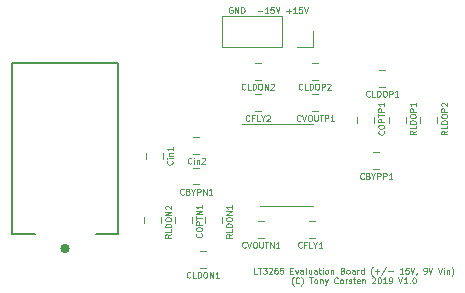
<source format=gbr>
G04 #@! TF.GenerationSoftware,KiCad,Pcbnew,(5.0.2)-1*
G04 #@! TF.CreationDate,2019-08-11T23:26:23-04:00*
G04 #@! TF.ProjectId,LTC3265,4c544333-3236-4352-9e6b-696361645f70,rev?*
G04 #@! TF.SameCoordinates,Original*
G04 #@! TF.FileFunction,Legend,Top*
G04 #@! TF.FilePolarity,Positive*
%FSLAX46Y46*%
G04 Gerber Fmt 4.6, Leading zero omitted, Abs format (unit mm)*
G04 Created by KiCad (PCBNEW (5.0.2)-1) date 8/11/2019 11:26:23 PM*
%MOMM*%
%LPD*%
G01*
G04 APERTURE LIST*
%ADD10C,0.060000*%
%ADD11C,0.070000*%
%ADD12C,0.120000*%
%ADD13C,0.127000*%
%ADD14C,0.400000*%
G04 APERTURE END LIST*
D10*
X127008047Y-69504714D02*
X127389000Y-69504714D01*
X127198523Y-69695190D02*
X127198523Y-69314238D01*
X127889000Y-69695190D02*
X127603285Y-69695190D01*
X127746142Y-69695190D02*
X127746142Y-69195190D01*
X127698523Y-69266619D01*
X127650904Y-69314238D01*
X127603285Y-69338047D01*
X128341380Y-69195190D02*
X128103285Y-69195190D01*
X128079476Y-69433285D01*
X128103285Y-69409476D01*
X128150904Y-69385666D01*
X128269952Y-69385666D01*
X128317571Y-69409476D01*
X128341380Y-69433285D01*
X128365190Y-69480904D01*
X128365190Y-69599952D01*
X128341380Y-69647571D01*
X128317571Y-69671380D01*
X128269952Y-69695190D01*
X128150904Y-69695190D01*
X128103285Y-69671380D01*
X128079476Y-69647571D01*
X128508047Y-69195190D02*
X128674714Y-69695190D01*
X128841380Y-69195190D01*
X124595047Y-69504714D02*
X124976000Y-69504714D01*
X125476000Y-69695190D02*
X125190285Y-69695190D01*
X125333142Y-69695190D02*
X125333142Y-69195190D01*
X125285523Y-69266619D01*
X125237904Y-69314238D01*
X125190285Y-69338047D01*
X125928380Y-69195190D02*
X125690285Y-69195190D01*
X125666476Y-69433285D01*
X125690285Y-69409476D01*
X125737904Y-69385666D01*
X125856952Y-69385666D01*
X125904571Y-69409476D01*
X125928380Y-69433285D01*
X125952190Y-69480904D01*
X125952190Y-69599952D01*
X125928380Y-69647571D01*
X125904571Y-69671380D01*
X125856952Y-69695190D01*
X125737904Y-69695190D01*
X125690285Y-69671380D01*
X125666476Y-69647571D01*
X126095047Y-69195190D02*
X126261714Y-69695190D01*
X126428380Y-69195190D01*
X122428047Y-69219000D02*
X122380428Y-69195190D01*
X122309000Y-69195190D01*
X122237571Y-69219000D01*
X122189952Y-69266619D01*
X122166142Y-69314238D01*
X122142333Y-69409476D01*
X122142333Y-69480904D01*
X122166142Y-69576142D01*
X122189952Y-69623761D01*
X122237571Y-69671380D01*
X122309000Y-69695190D01*
X122356619Y-69695190D01*
X122428047Y-69671380D01*
X122451857Y-69647571D01*
X122451857Y-69480904D01*
X122356619Y-69480904D01*
X122666142Y-69695190D02*
X122666142Y-69195190D01*
X122951857Y-69695190D01*
X122951857Y-69195190D01*
X123189952Y-69695190D02*
X123189952Y-69195190D01*
X123309000Y-69195190D01*
X123380428Y-69219000D01*
X123428047Y-69266619D01*
X123451857Y-69314238D01*
X123475666Y-69409476D01*
X123475666Y-69480904D01*
X123451857Y-69576142D01*
X123428047Y-69623761D01*
X123380428Y-69671380D01*
X123309000Y-69695190D01*
X123189952Y-69695190D01*
D11*
X124524523Y-91764190D02*
X124286428Y-91764190D01*
X124286428Y-91264190D01*
X124619761Y-91264190D02*
X124905476Y-91264190D01*
X124762619Y-91764190D02*
X124762619Y-91264190D01*
X125024523Y-91264190D02*
X125334047Y-91264190D01*
X125167380Y-91454666D01*
X125238809Y-91454666D01*
X125286428Y-91478476D01*
X125310238Y-91502285D01*
X125334047Y-91549904D01*
X125334047Y-91668952D01*
X125310238Y-91716571D01*
X125286428Y-91740380D01*
X125238809Y-91764190D01*
X125095952Y-91764190D01*
X125048333Y-91740380D01*
X125024523Y-91716571D01*
X125524523Y-91311809D02*
X125548333Y-91288000D01*
X125595952Y-91264190D01*
X125715000Y-91264190D01*
X125762619Y-91288000D01*
X125786428Y-91311809D01*
X125810238Y-91359428D01*
X125810238Y-91407047D01*
X125786428Y-91478476D01*
X125500714Y-91764190D01*
X125810238Y-91764190D01*
X126238809Y-91264190D02*
X126143571Y-91264190D01*
X126095952Y-91288000D01*
X126072142Y-91311809D01*
X126024523Y-91383238D01*
X126000714Y-91478476D01*
X126000714Y-91668952D01*
X126024523Y-91716571D01*
X126048333Y-91740380D01*
X126095952Y-91764190D01*
X126191190Y-91764190D01*
X126238809Y-91740380D01*
X126262619Y-91716571D01*
X126286428Y-91668952D01*
X126286428Y-91549904D01*
X126262619Y-91502285D01*
X126238809Y-91478476D01*
X126191190Y-91454666D01*
X126095952Y-91454666D01*
X126048333Y-91478476D01*
X126024523Y-91502285D01*
X126000714Y-91549904D01*
X126738809Y-91264190D02*
X126500714Y-91264190D01*
X126476904Y-91502285D01*
X126500714Y-91478476D01*
X126548333Y-91454666D01*
X126667380Y-91454666D01*
X126715000Y-91478476D01*
X126738809Y-91502285D01*
X126762619Y-91549904D01*
X126762619Y-91668952D01*
X126738809Y-91716571D01*
X126715000Y-91740380D01*
X126667380Y-91764190D01*
X126548333Y-91764190D01*
X126500714Y-91740380D01*
X126476904Y-91716571D01*
X127357857Y-91502285D02*
X127524523Y-91502285D01*
X127595952Y-91764190D02*
X127357857Y-91764190D01*
X127357857Y-91264190D01*
X127595952Y-91264190D01*
X127762619Y-91430857D02*
X127881666Y-91764190D01*
X128000714Y-91430857D01*
X128405476Y-91764190D02*
X128405476Y-91502285D01*
X128381666Y-91454666D01*
X128334047Y-91430857D01*
X128238809Y-91430857D01*
X128191190Y-91454666D01*
X128405476Y-91740380D02*
X128357857Y-91764190D01*
X128238809Y-91764190D01*
X128191190Y-91740380D01*
X128167380Y-91692761D01*
X128167380Y-91645142D01*
X128191190Y-91597523D01*
X128238809Y-91573714D01*
X128357857Y-91573714D01*
X128405476Y-91549904D01*
X128715000Y-91764190D02*
X128667380Y-91740380D01*
X128643571Y-91692761D01*
X128643571Y-91264190D01*
X129119761Y-91430857D02*
X129119761Y-91764190D01*
X128905476Y-91430857D02*
X128905476Y-91692761D01*
X128929285Y-91740380D01*
X128976904Y-91764190D01*
X129048333Y-91764190D01*
X129095952Y-91740380D01*
X129119761Y-91716571D01*
X129572142Y-91764190D02*
X129572142Y-91502285D01*
X129548333Y-91454666D01*
X129500714Y-91430857D01*
X129405476Y-91430857D01*
X129357857Y-91454666D01*
X129572142Y-91740380D02*
X129524523Y-91764190D01*
X129405476Y-91764190D01*
X129357857Y-91740380D01*
X129334047Y-91692761D01*
X129334047Y-91645142D01*
X129357857Y-91597523D01*
X129405476Y-91573714D01*
X129524523Y-91573714D01*
X129572142Y-91549904D01*
X129738809Y-91430857D02*
X129929285Y-91430857D01*
X129810238Y-91264190D02*
X129810238Y-91692761D01*
X129834047Y-91740380D01*
X129881666Y-91764190D01*
X129929285Y-91764190D01*
X130095952Y-91764190D02*
X130095952Y-91430857D01*
X130095952Y-91264190D02*
X130072142Y-91288000D01*
X130095952Y-91311809D01*
X130119761Y-91288000D01*
X130095952Y-91264190D01*
X130095952Y-91311809D01*
X130405476Y-91764190D02*
X130357857Y-91740380D01*
X130334047Y-91716571D01*
X130310238Y-91668952D01*
X130310238Y-91526095D01*
X130334047Y-91478476D01*
X130357857Y-91454666D01*
X130405476Y-91430857D01*
X130476904Y-91430857D01*
X130524523Y-91454666D01*
X130548333Y-91478476D01*
X130572142Y-91526095D01*
X130572142Y-91668952D01*
X130548333Y-91716571D01*
X130524523Y-91740380D01*
X130476904Y-91764190D01*
X130405476Y-91764190D01*
X130786428Y-91430857D02*
X130786428Y-91764190D01*
X130786428Y-91478476D02*
X130810238Y-91454666D01*
X130857857Y-91430857D01*
X130929285Y-91430857D01*
X130976904Y-91454666D01*
X131000714Y-91502285D01*
X131000714Y-91764190D01*
X131786428Y-91502285D02*
X131857857Y-91526095D01*
X131881666Y-91549904D01*
X131905476Y-91597523D01*
X131905476Y-91668952D01*
X131881666Y-91716571D01*
X131857857Y-91740380D01*
X131810238Y-91764190D01*
X131619761Y-91764190D01*
X131619761Y-91264190D01*
X131786428Y-91264190D01*
X131834047Y-91288000D01*
X131857857Y-91311809D01*
X131881666Y-91359428D01*
X131881666Y-91407047D01*
X131857857Y-91454666D01*
X131834047Y-91478476D01*
X131786428Y-91502285D01*
X131619761Y-91502285D01*
X132191190Y-91764190D02*
X132143571Y-91740380D01*
X132119761Y-91716571D01*
X132095952Y-91668952D01*
X132095952Y-91526095D01*
X132119761Y-91478476D01*
X132143571Y-91454666D01*
X132191190Y-91430857D01*
X132262619Y-91430857D01*
X132310238Y-91454666D01*
X132334047Y-91478476D01*
X132357857Y-91526095D01*
X132357857Y-91668952D01*
X132334047Y-91716571D01*
X132310238Y-91740380D01*
X132262619Y-91764190D01*
X132191190Y-91764190D01*
X132786428Y-91764190D02*
X132786428Y-91502285D01*
X132762619Y-91454666D01*
X132715000Y-91430857D01*
X132619761Y-91430857D01*
X132572142Y-91454666D01*
X132786428Y-91740380D02*
X132738809Y-91764190D01*
X132619761Y-91764190D01*
X132572142Y-91740380D01*
X132548333Y-91692761D01*
X132548333Y-91645142D01*
X132572142Y-91597523D01*
X132619761Y-91573714D01*
X132738809Y-91573714D01*
X132786428Y-91549904D01*
X133024523Y-91764190D02*
X133024523Y-91430857D01*
X133024523Y-91526095D02*
X133048333Y-91478476D01*
X133072142Y-91454666D01*
X133119761Y-91430857D01*
X133167380Y-91430857D01*
X133548333Y-91764190D02*
X133548333Y-91264190D01*
X133548333Y-91740380D02*
X133500714Y-91764190D01*
X133405476Y-91764190D01*
X133357857Y-91740380D01*
X133334047Y-91716571D01*
X133310238Y-91668952D01*
X133310238Y-91526095D01*
X133334047Y-91478476D01*
X133357857Y-91454666D01*
X133405476Y-91430857D01*
X133500714Y-91430857D01*
X133548333Y-91454666D01*
X134310238Y-91954666D02*
X134286428Y-91930857D01*
X134238809Y-91859428D01*
X134215000Y-91811809D01*
X134191190Y-91740380D01*
X134167380Y-91621333D01*
X134167380Y-91526095D01*
X134191190Y-91407047D01*
X134215000Y-91335619D01*
X134238809Y-91288000D01*
X134286428Y-91216571D01*
X134310238Y-91192761D01*
X134500714Y-91573714D02*
X134881666Y-91573714D01*
X134691190Y-91764190D02*
X134691190Y-91383238D01*
X135476904Y-91240380D02*
X135048333Y-91883238D01*
X135643571Y-91573714D02*
X136024523Y-91573714D01*
X136905476Y-91764190D02*
X136619761Y-91764190D01*
X136762619Y-91764190D02*
X136762619Y-91264190D01*
X136715000Y-91335619D01*
X136667380Y-91383238D01*
X136619761Y-91407047D01*
X137357857Y-91264190D02*
X137119761Y-91264190D01*
X137095952Y-91502285D01*
X137119761Y-91478476D01*
X137167380Y-91454666D01*
X137286428Y-91454666D01*
X137334047Y-91478476D01*
X137357857Y-91502285D01*
X137381666Y-91549904D01*
X137381666Y-91668952D01*
X137357857Y-91716571D01*
X137334047Y-91740380D01*
X137286428Y-91764190D01*
X137167380Y-91764190D01*
X137119761Y-91740380D01*
X137095952Y-91716571D01*
X137524523Y-91264190D02*
X137691190Y-91764190D01*
X137857857Y-91264190D01*
X138048333Y-91740380D02*
X138048333Y-91764190D01*
X138024523Y-91811809D01*
X138000714Y-91835619D01*
X138667380Y-91764190D02*
X138762619Y-91764190D01*
X138810238Y-91740380D01*
X138834047Y-91716571D01*
X138881666Y-91645142D01*
X138905476Y-91549904D01*
X138905476Y-91359428D01*
X138881666Y-91311809D01*
X138857857Y-91288000D01*
X138810238Y-91264190D01*
X138715000Y-91264190D01*
X138667380Y-91288000D01*
X138643571Y-91311809D01*
X138619761Y-91359428D01*
X138619761Y-91478476D01*
X138643571Y-91526095D01*
X138667380Y-91549904D01*
X138715000Y-91573714D01*
X138810238Y-91573714D01*
X138857857Y-91549904D01*
X138881666Y-91526095D01*
X138905476Y-91478476D01*
X139048333Y-91264190D02*
X139215000Y-91764190D01*
X139381666Y-91264190D01*
X139857857Y-91264190D02*
X140024523Y-91764190D01*
X140191190Y-91264190D01*
X140357857Y-91764190D02*
X140357857Y-91430857D01*
X140357857Y-91264190D02*
X140334047Y-91288000D01*
X140357857Y-91311809D01*
X140381666Y-91288000D01*
X140357857Y-91264190D01*
X140357857Y-91311809D01*
X140595952Y-91430857D02*
X140595952Y-91764190D01*
X140595952Y-91478476D02*
X140619761Y-91454666D01*
X140667380Y-91430857D01*
X140738809Y-91430857D01*
X140786428Y-91454666D01*
X140810238Y-91502285D01*
X140810238Y-91764190D01*
X141000714Y-91954666D02*
X141024523Y-91930857D01*
X141072142Y-91859428D01*
X141095952Y-91811809D01*
X141119761Y-91740380D01*
X141143571Y-91621333D01*
X141143571Y-91526095D01*
X141119761Y-91407047D01*
X141095952Y-91335619D01*
X141072142Y-91288000D01*
X141024523Y-91216571D01*
X141000714Y-91192761D01*
X127619761Y-92774666D02*
X127595952Y-92750857D01*
X127548333Y-92679428D01*
X127524523Y-92631809D01*
X127500714Y-92560380D01*
X127476904Y-92441333D01*
X127476904Y-92346095D01*
X127500714Y-92227047D01*
X127524523Y-92155619D01*
X127548333Y-92108000D01*
X127595952Y-92036571D01*
X127619761Y-92012761D01*
X128095952Y-92536571D02*
X128072142Y-92560380D01*
X128000714Y-92584190D01*
X127953095Y-92584190D01*
X127881666Y-92560380D01*
X127834047Y-92512761D01*
X127810238Y-92465142D01*
X127786428Y-92369904D01*
X127786428Y-92298476D01*
X127810238Y-92203238D01*
X127834047Y-92155619D01*
X127881666Y-92108000D01*
X127953095Y-92084190D01*
X128000714Y-92084190D01*
X128072142Y-92108000D01*
X128095952Y-92131809D01*
X128262619Y-92774666D02*
X128286428Y-92750857D01*
X128334047Y-92679428D01*
X128357857Y-92631809D01*
X128381666Y-92560380D01*
X128405476Y-92441333D01*
X128405476Y-92346095D01*
X128381666Y-92227047D01*
X128357857Y-92155619D01*
X128334047Y-92108000D01*
X128286428Y-92036571D01*
X128262619Y-92012761D01*
X128953095Y-92084190D02*
X129238809Y-92084190D01*
X129095952Y-92584190D02*
X129095952Y-92084190D01*
X129476904Y-92584190D02*
X129429285Y-92560380D01*
X129405476Y-92536571D01*
X129381666Y-92488952D01*
X129381666Y-92346095D01*
X129405476Y-92298476D01*
X129429285Y-92274666D01*
X129476904Y-92250857D01*
X129548333Y-92250857D01*
X129595952Y-92274666D01*
X129619761Y-92298476D01*
X129643571Y-92346095D01*
X129643571Y-92488952D01*
X129619761Y-92536571D01*
X129595952Y-92560380D01*
X129548333Y-92584190D01*
X129476904Y-92584190D01*
X129857857Y-92250857D02*
X129857857Y-92584190D01*
X129857857Y-92298476D02*
X129881666Y-92274666D01*
X129929285Y-92250857D01*
X130000714Y-92250857D01*
X130048333Y-92274666D01*
X130072142Y-92322285D01*
X130072142Y-92584190D01*
X130262619Y-92250857D02*
X130381666Y-92584190D01*
X130500714Y-92250857D02*
X130381666Y-92584190D01*
X130334047Y-92703238D01*
X130310238Y-92727047D01*
X130262619Y-92750857D01*
X131357857Y-92536571D02*
X131334047Y-92560380D01*
X131262619Y-92584190D01*
X131215000Y-92584190D01*
X131143571Y-92560380D01*
X131095952Y-92512761D01*
X131072142Y-92465142D01*
X131048333Y-92369904D01*
X131048333Y-92298476D01*
X131072142Y-92203238D01*
X131095952Y-92155619D01*
X131143571Y-92108000D01*
X131215000Y-92084190D01*
X131262619Y-92084190D01*
X131334047Y-92108000D01*
X131357857Y-92131809D01*
X131643571Y-92584190D02*
X131595952Y-92560380D01*
X131572142Y-92536571D01*
X131548333Y-92488952D01*
X131548333Y-92346095D01*
X131572142Y-92298476D01*
X131595952Y-92274666D01*
X131643571Y-92250857D01*
X131715000Y-92250857D01*
X131762619Y-92274666D01*
X131786428Y-92298476D01*
X131810238Y-92346095D01*
X131810238Y-92488952D01*
X131786428Y-92536571D01*
X131762619Y-92560380D01*
X131715000Y-92584190D01*
X131643571Y-92584190D01*
X132024523Y-92584190D02*
X132024523Y-92250857D01*
X132024523Y-92346095D02*
X132048333Y-92298476D01*
X132072142Y-92274666D01*
X132119761Y-92250857D01*
X132167380Y-92250857D01*
X132310238Y-92560380D02*
X132357857Y-92584190D01*
X132453095Y-92584190D01*
X132500714Y-92560380D01*
X132524523Y-92512761D01*
X132524523Y-92488952D01*
X132500714Y-92441333D01*
X132453095Y-92417523D01*
X132381666Y-92417523D01*
X132334047Y-92393714D01*
X132310238Y-92346095D01*
X132310238Y-92322285D01*
X132334047Y-92274666D01*
X132381666Y-92250857D01*
X132453095Y-92250857D01*
X132500714Y-92274666D01*
X132667380Y-92250857D02*
X132857857Y-92250857D01*
X132738809Y-92084190D02*
X132738809Y-92512761D01*
X132762619Y-92560380D01*
X132810238Y-92584190D01*
X132857857Y-92584190D01*
X133215000Y-92560380D02*
X133167380Y-92584190D01*
X133072142Y-92584190D01*
X133024523Y-92560380D01*
X133000714Y-92512761D01*
X133000714Y-92322285D01*
X133024523Y-92274666D01*
X133072142Y-92250857D01*
X133167380Y-92250857D01*
X133215000Y-92274666D01*
X133238809Y-92322285D01*
X133238809Y-92369904D01*
X133000714Y-92417523D01*
X133453095Y-92250857D02*
X133453095Y-92584190D01*
X133453095Y-92298476D02*
X133476904Y-92274666D01*
X133524523Y-92250857D01*
X133595952Y-92250857D01*
X133643571Y-92274666D01*
X133667380Y-92322285D01*
X133667380Y-92584190D01*
X134262619Y-92131809D02*
X134286428Y-92108000D01*
X134334047Y-92084190D01*
X134453095Y-92084190D01*
X134500714Y-92108000D01*
X134524523Y-92131809D01*
X134548333Y-92179428D01*
X134548333Y-92227047D01*
X134524523Y-92298476D01*
X134238809Y-92584190D01*
X134548333Y-92584190D01*
X134857857Y-92084190D02*
X134905476Y-92084190D01*
X134953095Y-92108000D01*
X134976904Y-92131809D01*
X135000714Y-92179428D01*
X135024523Y-92274666D01*
X135024523Y-92393714D01*
X135000714Y-92488952D01*
X134976904Y-92536571D01*
X134953095Y-92560380D01*
X134905476Y-92584190D01*
X134857857Y-92584190D01*
X134810238Y-92560380D01*
X134786428Y-92536571D01*
X134762619Y-92488952D01*
X134738809Y-92393714D01*
X134738809Y-92274666D01*
X134762619Y-92179428D01*
X134786428Y-92131809D01*
X134810238Y-92108000D01*
X134857857Y-92084190D01*
X135500714Y-92584190D02*
X135215000Y-92584190D01*
X135357857Y-92584190D02*
X135357857Y-92084190D01*
X135310238Y-92155619D01*
X135262619Y-92203238D01*
X135215000Y-92227047D01*
X135738809Y-92584190D02*
X135834047Y-92584190D01*
X135881666Y-92560380D01*
X135905476Y-92536571D01*
X135953095Y-92465142D01*
X135976904Y-92369904D01*
X135976904Y-92179428D01*
X135953095Y-92131809D01*
X135929285Y-92108000D01*
X135881666Y-92084190D01*
X135786428Y-92084190D01*
X135738809Y-92108000D01*
X135715000Y-92131809D01*
X135691190Y-92179428D01*
X135691190Y-92298476D01*
X135715000Y-92346095D01*
X135738809Y-92369904D01*
X135786428Y-92393714D01*
X135881666Y-92393714D01*
X135929285Y-92369904D01*
X135953095Y-92346095D01*
X135976904Y-92298476D01*
X136500714Y-92084190D02*
X136667380Y-92584190D01*
X136834047Y-92084190D01*
X137262619Y-92584190D02*
X136976904Y-92584190D01*
X137119761Y-92584190D02*
X137119761Y-92084190D01*
X137072142Y-92155619D01*
X137024523Y-92203238D01*
X136976904Y-92227047D01*
X137476904Y-92536571D02*
X137500714Y-92560380D01*
X137476904Y-92584190D01*
X137453095Y-92560380D01*
X137476904Y-92536571D01*
X137476904Y-92584190D01*
X137810238Y-92084190D02*
X137857857Y-92084190D01*
X137905476Y-92108000D01*
X137929285Y-92131809D01*
X137953095Y-92179428D01*
X137976904Y-92274666D01*
X137976904Y-92393714D01*
X137953095Y-92488952D01*
X137929285Y-92536571D01*
X137905476Y-92560380D01*
X137857857Y-92584190D01*
X137810238Y-92584190D01*
X137762619Y-92560380D01*
X137738809Y-92536571D01*
X137715000Y-92488952D01*
X137691190Y-92393714D01*
X137691190Y-92274666D01*
X137715000Y-92179428D01*
X137738809Y-92131809D01*
X137762619Y-92108000D01*
X137810238Y-92084190D01*
D12*
G04 #@! TO.C,CBYPN1*
X119118748Y-82792500D02*
X119641252Y-82792500D01*
X119118748Y-84212500D02*
X119641252Y-84212500D01*
G04 #@! TO.C,CBYPP1*
X134881252Y-81484400D02*
X134358748Y-81484400D01*
X134881252Y-82904400D02*
X134358748Y-82904400D01*
G04 #@! TO.C,CFLY1*
X128897748Y-87301000D02*
X129420252Y-87301000D01*
X128897748Y-88721000D02*
X129420252Y-88721000D01*
G04 #@! TO.C,CFLY2*
X124848252Y-76569500D02*
X124325748Y-76569500D01*
X124848252Y-77989500D02*
X124325748Y-77989500D01*
G04 #@! TO.C,Cin1*
X116534000Y-82049252D02*
X116534000Y-81526748D01*
X115114000Y-82049252D02*
X115114000Y-81526748D01*
G04 #@! TO.C,Cin2*
X119641252Y-81609000D02*
X119118748Y-81609000D01*
X119641252Y-80189000D02*
X119118748Y-80189000D01*
G04 #@! TO.C,CLDON1*
X120212752Y-91261000D02*
X119690248Y-91261000D01*
X120212752Y-89841000D02*
X119690248Y-89841000D01*
G04 #@! TO.C,CLDOP1*
X134866748Y-75919400D02*
X135389252Y-75919400D01*
X134866748Y-74499400D02*
X135389252Y-74499400D01*
G04 #@! TO.C,COPTN1*
X117590500Y-87510252D02*
X117590500Y-86987748D01*
X119010500Y-87510252D02*
X119010500Y-86987748D01*
G04 #@! TO.C,COPTP1*
X134441000Y-79026652D02*
X134441000Y-78504148D01*
X133021000Y-79026652D02*
X133021000Y-78504148D01*
G04 #@! TO.C,CVOUTN1*
X124579748Y-87301000D02*
X125102252Y-87301000D01*
X124579748Y-88721000D02*
X125102252Y-88721000D01*
G04 #@! TO.C,CVOUTP1*
X129151748Y-77989500D02*
X129674252Y-77989500D01*
X129151748Y-76569500D02*
X129674252Y-76569500D01*
D13*
G04 #@! TO.C,J1*
X112767500Y-88430000D02*
X110917500Y-88430000D01*
X105717500Y-88430000D02*
X103767500Y-88430000D01*
X103767500Y-88430000D02*
X103767500Y-73930000D01*
X103767500Y-73930000D02*
X112767500Y-73930000D01*
X112767500Y-73930000D02*
X112767500Y-88430000D01*
D14*
X108467500Y-89630000D02*
G75*
G03X108467500Y-89630000I-200000J0D01*
G01*
D12*
G04 #@! TO.C,RLDON1*
X120130500Y-86987748D02*
X120130500Y-87510252D01*
X121550500Y-86987748D02*
X121550500Y-87510252D01*
G04 #@! TO.C,RLDON2*
X114987000Y-87510252D02*
X114987000Y-86987748D01*
X116407000Y-87510252D02*
X116407000Y-86987748D01*
G04 #@! TO.C,RLDOP1*
X137108000Y-78504148D02*
X137108000Y-79026652D01*
X135688000Y-78504148D02*
X135688000Y-79026652D01*
G04 #@! TO.C,RLDOP2*
X138355000Y-78504148D02*
X138355000Y-79026652D01*
X139775000Y-78504148D02*
X139775000Y-79026652D01*
G04 #@! TO.C,U1*
X124770000Y-86000000D02*
X129230000Y-86000000D01*
X123250000Y-79100000D02*
X129230000Y-79100000D01*
G04 #@! TO.C,CLDON2*
X124325748Y-73966000D02*
X124848252Y-73966000D01*
X124325748Y-75386000D02*
X124848252Y-75386000D01*
G04 #@! TO.C,CLDOP2*
X129665252Y-73966000D02*
X129142748Y-73966000D01*
X129665252Y-75386000D02*
X129142748Y-75386000D01*
G04 #@! TO.C,J2*
X126682500Y-69917000D02*
X126682500Y-72577000D01*
X126682500Y-69917000D02*
X121542500Y-69917000D01*
X121542500Y-69917000D02*
X121542500Y-72577000D01*
X126682500Y-72577000D02*
X121542500Y-72577000D01*
X129282500Y-72577000D02*
X127952500Y-72577000D01*
X129282500Y-71247000D02*
X129282500Y-72577000D01*
G04 #@! TO.C,CBYPN1*
D10*
X118329476Y-85014571D02*
X118305666Y-85038380D01*
X118234238Y-85062190D01*
X118186619Y-85062190D01*
X118115190Y-85038380D01*
X118067571Y-84990761D01*
X118043761Y-84943142D01*
X118019952Y-84847904D01*
X118019952Y-84776476D01*
X118043761Y-84681238D01*
X118067571Y-84633619D01*
X118115190Y-84586000D01*
X118186619Y-84562190D01*
X118234238Y-84562190D01*
X118305666Y-84586000D01*
X118329476Y-84609809D01*
X118710428Y-84800285D02*
X118781857Y-84824095D01*
X118805666Y-84847904D01*
X118829476Y-84895523D01*
X118829476Y-84966952D01*
X118805666Y-85014571D01*
X118781857Y-85038380D01*
X118734238Y-85062190D01*
X118543761Y-85062190D01*
X118543761Y-84562190D01*
X118710428Y-84562190D01*
X118758047Y-84586000D01*
X118781857Y-84609809D01*
X118805666Y-84657428D01*
X118805666Y-84705047D01*
X118781857Y-84752666D01*
X118758047Y-84776476D01*
X118710428Y-84800285D01*
X118543761Y-84800285D01*
X119139000Y-84824095D02*
X119139000Y-85062190D01*
X118972333Y-84562190D02*
X119139000Y-84824095D01*
X119305666Y-84562190D01*
X119472333Y-85062190D02*
X119472333Y-84562190D01*
X119662809Y-84562190D01*
X119710428Y-84586000D01*
X119734238Y-84609809D01*
X119758047Y-84657428D01*
X119758047Y-84728857D01*
X119734238Y-84776476D01*
X119710428Y-84800285D01*
X119662809Y-84824095D01*
X119472333Y-84824095D01*
X119972333Y-85062190D02*
X119972333Y-84562190D01*
X120258047Y-85062190D01*
X120258047Y-84562190D01*
X120758047Y-85062190D02*
X120472333Y-85062190D01*
X120615190Y-85062190D02*
X120615190Y-84562190D01*
X120567571Y-84633619D01*
X120519952Y-84681238D01*
X120472333Y-84705047D01*
G04 #@! TO.C,CBYPP1*
X133572380Y-83706471D02*
X133548571Y-83730280D01*
X133477142Y-83754090D01*
X133429523Y-83754090D01*
X133358095Y-83730280D01*
X133310476Y-83682661D01*
X133286666Y-83635042D01*
X133262857Y-83539804D01*
X133262857Y-83468376D01*
X133286666Y-83373138D01*
X133310476Y-83325519D01*
X133358095Y-83277900D01*
X133429523Y-83254090D01*
X133477142Y-83254090D01*
X133548571Y-83277900D01*
X133572380Y-83301709D01*
X133953333Y-83492185D02*
X134024761Y-83515995D01*
X134048571Y-83539804D01*
X134072380Y-83587423D01*
X134072380Y-83658852D01*
X134048571Y-83706471D01*
X134024761Y-83730280D01*
X133977142Y-83754090D01*
X133786666Y-83754090D01*
X133786666Y-83254090D01*
X133953333Y-83254090D01*
X134000952Y-83277900D01*
X134024761Y-83301709D01*
X134048571Y-83349328D01*
X134048571Y-83396947D01*
X134024761Y-83444566D01*
X134000952Y-83468376D01*
X133953333Y-83492185D01*
X133786666Y-83492185D01*
X134381904Y-83515995D02*
X134381904Y-83754090D01*
X134215238Y-83254090D02*
X134381904Y-83515995D01*
X134548571Y-83254090D01*
X134715238Y-83754090D02*
X134715238Y-83254090D01*
X134905714Y-83254090D01*
X134953333Y-83277900D01*
X134977142Y-83301709D01*
X135000952Y-83349328D01*
X135000952Y-83420757D01*
X134977142Y-83468376D01*
X134953333Y-83492185D01*
X134905714Y-83515995D01*
X134715238Y-83515995D01*
X135215238Y-83754090D02*
X135215238Y-83254090D01*
X135405714Y-83254090D01*
X135453333Y-83277900D01*
X135477142Y-83301709D01*
X135500952Y-83349328D01*
X135500952Y-83420757D01*
X135477142Y-83468376D01*
X135453333Y-83492185D01*
X135405714Y-83515995D01*
X135215238Y-83515995D01*
X135977142Y-83754090D02*
X135691428Y-83754090D01*
X135834285Y-83754090D02*
X135834285Y-83254090D01*
X135786666Y-83325519D01*
X135739047Y-83373138D01*
X135691428Y-83396947D01*
G04 #@! TO.C,CFLY1*
X128317714Y-89523071D02*
X128293904Y-89546880D01*
X128222476Y-89570690D01*
X128174857Y-89570690D01*
X128103428Y-89546880D01*
X128055809Y-89499261D01*
X128032000Y-89451642D01*
X128008190Y-89356404D01*
X128008190Y-89284976D01*
X128032000Y-89189738D01*
X128055809Y-89142119D01*
X128103428Y-89094500D01*
X128174857Y-89070690D01*
X128222476Y-89070690D01*
X128293904Y-89094500D01*
X128317714Y-89118309D01*
X128698666Y-89308785D02*
X128532000Y-89308785D01*
X128532000Y-89570690D02*
X128532000Y-89070690D01*
X128770095Y-89070690D01*
X129198666Y-89570690D02*
X128960571Y-89570690D01*
X128960571Y-89070690D01*
X129460571Y-89332595D02*
X129460571Y-89570690D01*
X129293904Y-89070690D02*
X129460571Y-89332595D01*
X129627238Y-89070690D01*
X130055809Y-89570690D02*
X129770095Y-89570690D01*
X129912952Y-89570690D02*
X129912952Y-89070690D01*
X129865333Y-89142119D01*
X129817714Y-89189738D01*
X129770095Y-89213547D01*
G04 #@! TO.C,CFLY2*
X123872714Y-78791571D02*
X123848904Y-78815380D01*
X123777476Y-78839190D01*
X123729857Y-78839190D01*
X123658428Y-78815380D01*
X123610809Y-78767761D01*
X123587000Y-78720142D01*
X123563190Y-78624904D01*
X123563190Y-78553476D01*
X123587000Y-78458238D01*
X123610809Y-78410619D01*
X123658428Y-78363000D01*
X123729857Y-78339190D01*
X123777476Y-78339190D01*
X123848904Y-78363000D01*
X123872714Y-78386809D01*
X124253666Y-78577285D02*
X124087000Y-78577285D01*
X124087000Y-78839190D02*
X124087000Y-78339190D01*
X124325095Y-78339190D01*
X124753666Y-78839190D02*
X124515571Y-78839190D01*
X124515571Y-78339190D01*
X125015571Y-78601095D02*
X125015571Y-78839190D01*
X124848904Y-78339190D02*
X125015571Y-78601095D01*
X125182238Y-78339190D01*
X125325095Y-78386809D02*
X125348904Y-78363000D01*
X125396523Y-78339190D01*
X125515571Y-78339190D01*
X125563190Y-78363000D01*
X125587000Y-78386809D01*
X125610809Y-78434428D01*
X125610809Y-78482047D01*
X125587000Y-78553476D01*
X125301285Y-78839190D01*
X125610809Y-78839190D01*
G04 #@! TO.C,Cin1*
X117336071Y-82216571D02*
X117359880Y-82240380D01*
X117383690Y-82311809D01*
X117383690Y-82359428D01*
X117359880Y-82430857D01*
X117312261Y-82478476D01*
X117264642Y-82502285D01*
X117169404Y-82526095D01*
X117097976Y-82526095D01*
X117002738Y-82502285D01*
X116955119Y-82478476D01*
X116907500Y-82430857D01*
X116883690Y-82359428D01*
X116883690Y-82311809D01*
X116907500Y-82240380D01*
X116931309Y-82216571D01*
X117383690Y-82002285D02*
X117050357Y-82002285D01*
X116883690Y-82002285D02*
X116907500Y-82026095D01*
X116931309Y-82002285D01*
X116907500Y-81978476D01*
X116883690Y-82002285D01*
X116931309Y-82002285D01*
X117050357Y-81764190D02*
X117383690Y-81764190D01*
X117097976Y-81764190D02*
X117074166Y-81740380D01*
X117050357Y-81692761D01*
X117050357Y-81621333D01*
X117074166Y-81573714D01*
X117121785Y-81549904D01*
X117383690Y-81549904D01*
X117383690Y-81049904D02*
X117383690Y-81335619D01*
X117383690Y-81192761D02*
X116883690Y-81192761D01*
X116955119Y-81240380D01*
X117002738Y-81288000D01*
X117026547Y-81335619D01*
G04 #@! TO.C,Cin2*
X118960428Y-82411071D02*
X118936619Y-82434880D01*
X118865190Y-82458690D01*
X118817571Y-82458690D01*
X118746142Y-82434880D01*
X118698523Y-82387261D01*
X118674714Y-82339642D01*
X118650904Y-82244404D01*
X118650904Y-82172976D01*
X118674714Y-82077738D01*
X118698523Y-82030119D01*
X118746142Y-81982500D01*
X118817571Y-81958690D01*
X118865190Y-81958690D01*
X118936619Y-81982500D01*
X118960428Y-82006309D01*
X119174714Y-82458690D02*
X119174714Y-82125357D01*
X119174714Y-81958690D02*
X119150904Y-81982500D01*
X119174714Y-82006309D01*
X119198523Y-81982500D01*
X119174714Y-81958690D01*
X119174714Y-82006309D01*
X119412809Y-82125357D02*
X119412809Y-82458690D01*
X119412809Y-82172976D02*
X119436619Y-82149166D01*
X119484238Y-82125357D01*
X119555666Y-82125357D01*
X119603285Y-82149166D01*
X119627095Y-82196785D01*
X119627095Y-82458690D01*
X119841380Y-82006309D02*
X119865190Y-81982500D01*
X119912809Y-81958690D01*
X120031857Y-81958690D01*
X120079476Y-81982500D01*
X120103285Y-82006309D01*
X120127095Y-82053928D01*
X120127095Y-82101547D01*
X120103285Y-82172976D01*
X119817571Y-82458690D01*
X120127095Y-82458690D01*
G04 #@! TO.C,CLDON1*
X118891976Y-92063071D02*
X118868166Y-92086880D01*
X118796738Y-92110690D01*
X118749119Y-92110690D01*
X118677690Y-92086880D01*
X118630071Y-92039261D01*
X118606261Y-91991642D01*
X118582452Y-91896404D01*
X118582452Y-91824976D01*
X118606261Y-91729738D01*
X118630071Y-91682119D01*
X118677690Y-91634500D01*
X118749119Y-91610690D01*
X118796738Y-91610690D01*
X118868166Y-91634500D01*
X118891976Y-91658309D01*
X119344357Y-92110690D02*
X119106261Y-92110690D01*
X119106261Y-91610690D01*
X119511023Y-92110690D02*
X119511023Y-91610690D01*
X119630071Y-91610690D01*
X119701500Y-91634500D01*
X119749119Y-91682119D01*
X119772928Y-91729738D01*
X119796738Y-91824976D01*
X119796738Y-91896404D01*
X119772928Y-91991642D01*
X119749119Y-92039261D01*
X119701500Y-92086880D01*
X119630071Y-92110690D01*
X119511023Y-92110690D01*
X120106261Y-91610690D02*
X120201500Y-91610690D01*
X120249119Y-91634500D01*
X120296738Y-91682119D01*
X120320547Y-91777357D01*
X120320547Y-91944023D01*
X120296738Y-92039261D01*
X120249119Y-92086880D01*
X120201500Y-92110690D01*
X120106261Y-92110690D01*
X120058642Y-92086880D01*
X120011023Y-92039261D01*
X119987214Y-91944023D01*
X119987214Y-91777357D01*
X120011023Y-91682119D01*
X120058642Y-91634500D01*
X120106261Y-91610690D01*
X120534833Y-92110690D02*
X120534833Y-91610690D01*
X120820547Y-92110690D01*
X120820547Y-91610690D01*
X121320547Y-92110690D02*
X121034833Y-92110690D01*
X121177690Y-92110690D02*
X121177690Y-91610690D01*
X121130071Y-91682119D01*
X121082452Y-91729738D01*
X121034833Y-91753547D01*
G04 #@! TO.C,CLDOP1*
X134080380Y-76721471D02*
X134056571Y-76745280D01*
X133985142Y-76769090D01*
X133937523Y-76769090D01*
X133866095Y-76745280D01*
X133818476Y-76697661D01*
X133794666Y-76650042D01*
X133770857Y-76554804D01*
X133770857Y-76483376D01*
X133794666Y-76388138D01*
X133818476Y-76340519D01*
X133866095Y-76292900D01*
X133937523Y-76269090D01*
X133985142Y-76269090D01*
X134056571Y-76292900D01*
X134080380Y-76316709D01*
X134532761Y-76769090D02*
X134294666Y-76769090D01*
X134294666Y-76269090D01*
X134699428Y-76769090D02*
X134699428Y-76269090D01*
X134818476Y-76269090D01*
X134889904Y-76292900D01*
X134937523Y-76340519D01*
X134961333Y-76388138D01*
X134985142Y-76483376D01*
X134985142Y-76554804D01*
X134961333Y-76650042D01*
X134937523Y-76697661D01*
X134889904Y-76745280D01*
X134818476Y-76769090D01*
X134699428Y-76769090D01*
X135294666Y-76269090D02*
X135389904Y-76269090D01*
X135437523Y-76292900D01*
X135485142Y-76340519D01*
X135508952Y-76435757D01*
X135508952Y-76602423D01*
X135485142Y-76697661D01*
X135437523Y-76745280D01*
X135389904Y-76769090D01*
X135294666Y-76769090D01*
X135247047Y-76745280D01*
X135199428Y-76697661D01*
X135175619Y-76602423D01*
X135175619Y-76435757D01*
X135199428Y-76340519D01*
X135247047Y-76292900D01*
X135294666Y-76269090D01*
X135723238Y-76769090D02*
X135723238Y-76269090D01*
X135913714Y-76269090D01*
X135961333Y-76292900D01*
X135985142Y-76316709D01*
X136008952Y-76364328D01*
X136008952Y-76435757D01*
X135985142Y-76483376D01*
X135961333Y-76507185D01*
X135913714Y-76530995D01*
X135723238Y-76530995D01*
X136485142Y-76769090D02*
X136199428Y-76769090D01*
X136342285Y-76769090D02*
X136342285Y-76269090D01*
X136294666Y-76340519D01*
X136247047Y-76388138D01*
X136199428Y-76411947D01*
G04 #@! TO.C,COPTN1*
X119812571Y-88360119D02*
X119836380Y-88383928D01*
X119860190Y-88455357D01*
X119860190Y-88502976D01*
X119836380Y-88574404D01*
X119788761Y-88622023D01*
X119741142Y-88645833D01*
X119645904Y-88669642D01*
X119574476Y-88669642D01*
X119479238Y-88645833D01*
X119431619Y-88622023D01*
X119384000Y-88574404D01*
X119360190Y-88502976D01*
X119360190Y-88455357D01*
X119384000Y-88383928D01*
X119407809Y-88360119D01*
X119360190Y-88050595D02*
X119360190Y-87955357D01*
X119384000Y-87907738D01*
X119431619Y-87860119D01*
X119526857Y-87836309D01*
X119693523Y-87836309D01*
X119788761Y-87860119D01*
X119836380Y-87907738D01*
X119860190Y-87955357D01*
X119860190Y-88050595D01*
X119836380Y-88098214D01*
X119788761Y-88145833D01*
X119693523Y-88169642D01*
X119526857Y-88169642D01*
X119431619Y-88145833D01*
X119384000Y-88098214D01*
X119360190Y-88050595D01*
X119860190Y-87622023D02*
X119360190Y-87622023D01*
X119360190Y-87431547D01*
X119384000Y-87383928D01*
X119407809Y-87360119D01*
X119455428Y-87336309D01*
X119526857Y-87336309D01*
X119574476Y-87360119D01*
X119598285Y-87383928D01*
X119622095Y-87431547D01*
X119622095Y-87622023D01*
X119360190Y-87193452D02*
X119360190Y-86907738D01*
X119860190Y-87050595D02*
X119360190Y-87050595D01*
X119860190Y-86741071D02*
X119360190Y-86741071D01*
X119860190Y-86455357D01*
X119360190Y-86455357D01*
X119860190Y-85955357D02*
X119860190Y-86241071D01*
X119860190Y-86098214D02*
X119360190Y-86098214D01*
X119431619Y-86145833D01*
X119479238Y-86193452D01*
X119503047Y-86241071D01*
G04 #@! TO.C,COPTP1*
X135243071Y-79674114D02*
X135266880Y-79697923D01*
X135290690Y-79769352D01*
X135290690Y-79816971D01*
X135266880Y-79888400D01*
X135219261Y-79936019D01*
X135171642Y-79959828D01*
X135076404Y-79983638D01*
X135004976Y-79983638D01*
X134909738Y-79959828D01*
X134862119Y-79936019D01*
X134814500Y-79888400D01*
X134790690Y-79816971D01*
X134790690Y-79769352D01*
X134814500Y-79697923D01*
X134838309Y-79674114D01*
X134790690Y-79364590D02*
X134790690Y-79269352D01*
X134814500Y-79221733D01*
X134862119Y-79174114D01*
X134957357Y-79150304D01*
X135124023Y-79150304D01*
X135219261Y-79174114D01*
X135266880Y-79221733D01*
X135290690Y-79269352D01*
X135290690Y-79364590D01*
X135266880Y-79412209D01*
X135219261Y-79459828D01*
X135124023Y-79483638D01*
X134957357Y-79483638D01*
X134862119Y-79459828D01*
X134814500Y-79412209D01*
X134790690Y-79364590D01*
X135290690Y-78936019D02*
X134790690Y-78936019D01*
X134790690Y-78745542D01*
X134814500Y-78697923D01*
X134838309Y-78674114D01*
X134885928Y-78650304D01*
X134957357Y-78650304D01*
X135004976Y-78674114D01*
X135028785Y-78697923D01*
X135052595Y-78745542D01*
X135052595Y-78936019D01*
X134790690Y-78507447D02*
X134790690Y-78221733D01*
X135290690Y-78364590D02*
X134790690Y-78364590D01*
X135290690Y-78055066D02*
X134790690Y-78055066D01*
X134790690Y-77864590D01*
X134814500Y-77816971D01*
X134838309Y-77793161D01*
X134885928Y-77769352D01*
X134957357Y-77769352D01*
X135004976Y-77793161D01*
X135028785Y-77816971D01*
X135052595Y-77864590D01*
X135052595Y-78055066D01*
X135290690Y-77293161D02*
X135290690Y-77578876D01*
X135290690Y-77436019D02*
X134790690Y-77436019D01*
X134862119Y-77483638D01*
X134909738Y-77531257D01*
X134933547Y-77578876D01*
G04 #@! TO.C,CVOUTN1*
X123567190Y-89523071D02*
X123543380Y-89546880D01*
X123471952Y-89570690D01*
X123424333Y-89570690D01*
X123352904Y-89546880D01*
X123305285Y-89499261D01*
X123281476Y-89451642D01*
X123257666Y-89356404D01*
X123257666Y-89284976D01*
X123281476Y-89189738D01*
X123305285Y-89142119D01*
X123352904Y-89094500D01*
X123424333Y-89070690D01*
X123471952Y-89070690D01*
X123543380Y-89094500D01*
X123567190Y-89118309D01*
X123710047Y-89070690D02*
X123876714Y-89570690D01*
X124043380Y-89070690D01*
X124305285Y-89070690D02*
X124400523Y-89070690D01*
X124448142Y-89094500D01*
X124495761Y-89142119D01*
X124519571Y-89237357D01*
X124519571Y-89404023D01*
X124495761Y-89499261D01*
X124448142Y-89546880D01*
X124400523Y-89570690D01*
X124305285Y-89570690D01*
X124257666Y-89546880D01*
X124210047Y-89499261D01*
X124186238Y-89404023D01*
X124186238Y-89237357D01*
X124210047Y-89142119D01*
X124257666Y-89094500D01*
X124305285Y-89070690D01*
X124733857Y-89070690D02*
X124733857Y-89475452D01*
X124757666Y-89523071D01*
X124781476Y-89546880D01*
X124829095Y-89570690D01*
X124924333Y-89570690D01*
X124971952Y-89546880D01*
X124995761Y-89523071D01*
X125019571Y-89475452D01*
X125019571Y-89070690D01*
X125186238Y-89070690D02*
X125471952Y-89070690D01*
X125329095Y-89570690D02*
X125329095Y-89070690D01*
X125638619Y-89570690D02*
X125638619Y-89070690D01*
X125924333Y-89570690D01*
X125924333Y-89070690D01*
X126424333Y-89570690D02*
X126138619Y-89570690D01*
X126281476Y-89570690D02*
X126281476Y-89070690D01*
X126233857Y-89142119D01*
X126186238Y-89189738D01*
X126138619Y-89213547D01*
G04 #@! TO.C,CVOUTP1*
X128214595Y-78791571D02*
X128190785Y-78815380D01*
X128119357Y-78839190D01*
X128071738Y-78839190D01*
X128000309Y-78815380D01*
X127952690Y-78767761D01*
X127928880Y-78720142D01*
X127905071Y-78624904D01*
X127905071Y-78553476D01*
X127928880Y-78458238D01*
X127952690Y-78410619D01*
X128000309Y-78363000D01*
X128071738Y-78339190D01*
X128119357Y-78339190D01*
X128190785Y-78363000D01*
X128214595Y-78386809D01*
X128357452Y-78339190D02*
X128524119Y-78839190D01*
X128690785Y-78339190D01*
X128952690Y-78339190D02*
X129047928Y-78339190D01*
X129095547Y-78363000D01*
X129143166Y-78410619D01*
X129166976Y-78505857D01*
X129166976Y-78672523D01*
X129143166Y-78767761D01*
X129095547Y-78815380D01*
X129047928Y-78839190D01*
X128952690Y-78839190D01*
X128905071Y-78815380D01*
X128857452Y-78767761D01*
X128833642Y-78672523D01*
X128833642Y-78505857D01*
X128857452Y-78410619D01*
X128905071Y-78363000D01*
X128952690Y-78339190D01*
X129381261Y-78339190D02*
X129381261Y-78743952D01*
X129405071Y-78791571D01*
X129428880Y-78815380D01*
X129476500Y-78839190D01*
X129571738Y-78839190D01*
X129619357Y-78815380D01*
X129643166Y-78791571D01*
X129666976Y-78743952D01*
X129666976Y-78339190D01*
X129833642Y-78339190D02*
X130119357Y-78339190D01*
X129976500Y-78839190D02*
X129976500Y-78339190D01*
X130286023Y-78839190D02*
X130286023Y-78339190D01*
X130476500Y-78339190D01*
X130524119Y-78363000D01*
X130547928Y-78386809D01*
X130571738Y-78434428D01*
X130571738Y-78505857D01*
X130547928Y-78553476D01*
X130524119Y-78577285D01*
X130476500Y-78601095D01*
X130286023Y-78601095D01*
X131047928Y-78839190D02*
X130762214Y-78839190D01*
X130905071Y-78839190D02*
X130905071Y-78339190D01*
X130857452Y-78410619D01*
X130809833Y-78458238D01*
X130762214Y-78482047D01*
G04 #@! TO.C,RLDON1*
X122400190Y-88419123D02*
X122162095Y-88585790D01*
X122400190Y-88704838D02*
X121900190Y-88704838D01*
X121900190Y-88514361D01*
X121924000Y-88466742D01*
X121947809Y-88442933D01*
X121995428Y-88419123D01*
X122066857Y-88419123D01*
X122114476Y-88442933D01*
X122138285Y-88466742D01*
X122162095Y-88514361D01*
X122162095Y-88704838D01*
X122400190Y-87966742D02*
X122400190Y-88204838D01*
X121900190Y-88204838D01*
X122400190Y-87800076D02*
X121900190Y-87800076D01*
X121900190Y-87681028D01*
X121924000Y-87609600D01*
X121971619Y-87561980D01*
X122019238Y-87538171D01*
X122114476Y-87514361D01*
X122185904Y-87514361D01*
X122281142Y-87538171D01*
X122328761Y-87561980D01*
X122376380Y-87609600D01*
X122400190Y-87681028D01*
X122400190Y-87800076D01*
X121900190Y-87204838D02*
X121900190Y-87109600D01*
X121924000Y-87061980D01*
X121971619Y-87014361D01*
X122066857Y-86990552D01*
X122233523Y-86990552D01*
X122328761Y-87014361D01*
X122376380Y-87061980D01*
X122400190Y-87109600D01*
X122400190Y-87204838D01*
X122376380Y-87252457D01*
X122328761Y-87300076D01*
X122233523Y-87323885D01*
X122066857Y-87323885D01*
X121971619Y-87300076D01*
X121924000Y-87252457D01*
X121900190Y-87204838D01*
X122400190Y-86776266D02*
X121900190Y-86776266D01*
X122400190Y-86490552D01*
X121900190Y-86490552D01*
X122400190Y-85990552D02*
X122400190Y-86276266D01*
X122400190Y-86133409D02*
X121900190Y-86133409D01*
X121971619Y-86181028D01*
X122019238Y-86228647D01*
X122043047Y-86276266D01*
G04 #@! TO.C,RLDON2*
X117256690Y-88435523D02*
X117018595Y-88602190D01*
X117256690Y-88721238D02*
X116756690Y-88721238D01*
X116756690Y-88530761D01*
X116780500Y-88483142D01*
X116804309Y-88459333D01*
X116851928Y-88435523D01*
X116923357Y-88435523D01*
X116970976Y-88459333D01*
X116994785Y-88483142D01*
X117018595Y-88530761D01*
X117018595Y-88721238D01*
X117256690Y-87983142D02*
X117256690Y-88221238D01*
X116756690Y-88221238D01*
X117256690Y-87816476D02*
X116756690Y-87816476D01*
X116756690Y-87697428D01*
X116780500Y-87626000D01*
X116828119Y-87578380D01*
X116875738Y-87554571D01*
X116970976Y-87530761D01*
X117042404Y-87530761D01*
X117137642Y-87554571D01*
X117185261Y-87578380D01*
X117232880Y-87626000D01*
X117256690Y-87697428D01*
X117256690Y-87816476D01*
X116756690Y-87221238D02*
X116756690Y-87126000D01*
X116780500Y-87078380D01*
X116828119Y-87030761D01*
X116923357Y-87006952D01*
X117090023Y-87006952D01*
X117185261Y-87030761D01*
X117232880Y-87078380D01*
X117256690Y-87126000D01*
X117256690Y-87221238D01*
X117232880Y-87268857D01*
X117185261Y-87316476D01*
X117090023Y-87340285D01*
X116923357Y-87340285D01*
X116828119Y-87316476D01*
X116780500Y-87268857D01*
X116756690Y-87221238D01*
X117256690Y-86792666D02*
X116756690Y-86792666D01*
X117256690Y-86506952D01*
X116756690Y-86506952D01*
X116804309Y-86292666D02*
X116780500Y-86268857D01*
X116756690Y-86221238D01*
X116756690Y-86102190D01*
X116780500Y-86054571D01*
X116804309Y-86030761D01*
X116851928Y-86006952D01*
X116899547Y-86006952D01*
X116970976Y-86030761D01*
X117256690Y-86316476D01*
X117256690Y-86006952D01*
G04 #@! TO.C,RLDOP1*
X137957690Y-79686019D02*
X137719595Y-79852685D01*
X137957690Y-79971733D02*
X137457690Y-79971733D01*
X137457690Y-79781257D01*
X137481500Y-79733638D01*
X137505309Y-79709828D01*
X137552928Y-79686019D01*
X137624357Y-79686019D01*
X137671976Y-79709828D01*
X137695785Y-79733638D01*
X137719595Y-79781257D01*
X137719595Y-79971733D01*
X137957690Y-79233638D02*
X137957690Y-79471733D01*
X137457690Y-79471733D01*
X137957690Y-79066971D02*
X137457690Y-79066971D01*
X137457690Y-78947923D01*
X137481500Y-78876495D01*
X137529119Y-78828876D01*
X137576738Y-78805066D01*
X137671976Y-78781257D01*
X137743404Y-78781257D01*
X137838642Y-78805066D01*
X137886261Y-78828876D01*
X137933880Y-78876495D01*
X137957690Y-78947923D01*
X137957690Y-79066971D01*
X137457690Y-78471733D02*
X137457690Y-78376495D01*
X137481500Y-78328876D01*
X137529119Y-78281257D01*
X137624357Y-78257447D01*
X137791023Y-78257447D01*
X137886261Y-78281257D01*
X137933880Y-78328876D01*
X137957690Y-78376495D01*
X137957690Y-78471733D01*
X137933880Y-78519352D01*
X137886261Y-78566971D01*
X137791023Y-78590780D01*
X137624357Y-78590780D01*
X137529119Y-78566971D01*
X137481500Y-78519352D01*
X137457690Y-78471733D01*
X137957690Y-78043161D02*
X137457690Y-78043161D01*
X137457690Y-77852685D01*
X137481500Y-77805066D01*
X137505309Y-77781257D01*
X137552928Y-77757447D01*
X137624357Y-77757447D01*
X137671976Y-77781257D01*
X137695785Y-77805066D01*
X137719595Y-77852685D01*
X137719595Y-78043161D01*
X137957690Y-77281257D02*
X137957690Y-77566971D01*
X137957690Y-77424114D02*
X137457690Y-77424114D01*
X137529119Y-77471733D01*
X137576738Y-77519352D01*
X137600547Y-77566971D01*
G04 #@! TO.C,RLDOP2*
X140624690Y-79686019D02*
X140386595Y-79852685D01*
X140624690Y-79971733D02*
X140124690Y-79971733D01*
X140124690Y-79781257D01*
X140148500Y-79733638D01*
X140172309Y-79709828D01*
X140219928Y-79686019D01*
X140291357Y-79686019D01*
X140338976Y-79709828D01*
X140362785Y-79733638D01*
X140386595Y-79781257D01*
X140386595Y-79971733D01*
X140624690Y-79233638D02*
X140624690Y-79471733D01*
X140124690Y-79471733D01*
X140624690Y-79066971D02*
X140124690Y-79066971D01*
X140124690Y-78947923D01*
X140148500Y-78876495D01*
X140196119Y-78828876D01*
X140243738Y-78805066D01*
X140338976Y-78781257D01*
X140410404Y-78781257D01*
X140505642Y-78805066D01*
X140553261Y-78828876D01*
X140600880Y-78876495D01*
X140624690Y-78947923D01*
X140624690Y-79066971D01*
X140124690Y-78471733D02*
X140124690Y-78376495D01*
X140148500Y-78328876D01*
X140196119Y-78281257D01*
X140291357Y-78257447D01*
X140458023Y-78257447D01*
X140553261Y-78281257D01*
X140600880Y-78328876D01*
X140624690Y-78376495D01*
X140624690Y-78471733D01*
X140600880Y-78519352D01*
X140553261Y-78566971D01*
X140458023Y-78590780D01*
X140291357Y-78590780D01*
X140196119Y-78566971D01*
X140148500Y-78519352D01*
X140124690Y-78471733D01*
X140624690Y-78043161D02*
X140124690Y-78043161D01*
X140124690Y-77852685D01*
X140148500Y-77805066D01*
X140172309Y-77781257D01*
X140219928Y-77757447D01*
X140291357Y-77757447D01*
X140338976Y-77781257D01*
X140362785Y-77805066D01*
X140386595Y-77852685D01*
X140386595Y-78043161D01*
X140172309Y-77566971D02*
X140148500Y-77543161D01*
X140124690Y-77495542D01*
X140124690Y-77376495D01*
X140148500Y-77328876D01*
X140172309Y-77305066D01*
X140219928Y-77281257D01*
X140267547Y-77281257D01*
X140338976Y-77305066D01*
X140624690Y-77590780D01*
X140624690Y-77281257D01*
G04 #@! TO.C,CLDON2*
X123527476Y-76124571D02*
X123503666Y-76148380D01*
X123432238Y-76172190D01*
X123384619Y-76172190D01*
X123313190Y-76148380D01*
X123265571Y-76100761D01*
X123241761Y-76053142D01*
X123217952Y-75957904D01*
X123217952Y-75886476D01*
X123241761Y-75791238D01*
X123265571Y-75743619D01*
X123313190Y-75696000D01*
X123384619Y-75672190D01*
X123432238Y-75672190D01*
X123503666Y-75696000D01*
X123527476Y-75719809D01*
X123979857Y-76172190D02*
X123741761Y-76172190D01*
X123741761Y-75672190D01*
X124146523Y-76172190D02*
X124146523Y-75672190D01*
X124265571Y-75672190D01*
X124337000Y-75696000D01*
X124384619Y-75743619D01*
X124408428Y-75791238D01*
X124432238Y-75886476D01*
X124432238Y-75957904D01*
X124408428Y-76053142D01*
X124384619Y-76100761D01*
X124337000Y-76148380D01*
X124265571Y-76172190D01*
X124146523Y-76172190D01*
X124741761Y-75672190D02*
X124837000Y-75672190D01*
X124884619Y-75696000D01*
X124932238Y-75743619D01*
X124956047Y-75838857D01*
X124956047Y-76005523D01*
X124932238Y-76100761D01*
X124884619Y-76148380D01*
X124837000Y-76172190D01*
X124741761Y-76172190D01*
X124694142Y-76148380D01*
X124646523Y-76100761D01*
X124622714Y-76005523D01*
X124622714Y-75838857D01*
X124646523Y-75743619D01*
X124694142Y-75696000D01*
X124741761Y-75672190D01*
X125170333Y-76172190D02*
X125170333Y-75672190D01*
X125456047Y-76172190D01*
X125456047Y-75672190D01*
X125670333Y-75719809D02*
X125694142Y-75696000D01*
X125741761Y-75672190D01*
X125860809Y-75672190D01*
X125908428Y-75696000D01*
X125932238Y-75719809D01*
X125956047Y-75767428D01*
X125956047Y-75815047D01*
X125932238Y-75886476D01*
X125646523Y-76172190D01*
X125956047Y-76172190D01*
G04 #@! TO.C,CLDOP2*
X128356380Y-76128572D02*
X128332571Y-76152381D01*
X128261142Y-76176191D01*
X128213523Y-76176191D01*
X128142095Y-76152381D01*
X128094476Y-76104762D01*
X128070666Y-76057143D01*
X128046857Y-75961905D01*
X128046857Y-75890477D01*
X128070666Y-75795239D01*
X128094476Y-75747620D01*
X128142095Y-75700001D01*
X128213523Y-75676191D01*
X128261142Y-75676191D01*
X128332571Y-75700001D01*
X128356380Y-75723810D01*
X128808761Y-76176191D02*
X128570666Y-76176191D01*
X128570666Y-75676191D01*
X128975428Y-76176191D02*
X128975428Y-75676191D01*
X129094476Y-75676191D01*
X129165904Y-75700001D01*
X129213523Y-75747620D01*
X129237333Y-75795239D01*
X129261142Y-75890477D01*
X129261142Y-75961905D01*
X129237333Y-76057143D01*
X129213523Y-76104762D01*
X129165904Y-76152381D01*
X129094476Y-76176191D01*
X128975428Y-76176191D01*
X129570666Y-75676191D02*
X129665904Y-75676191D01*
X129713523Y-75700001D01*
X129761142Y-75747620D01*
X129784952Y-75842858D01*
X129784952Y-76009524D01*
X129761142Y-76104762D01*
X129713523Y-76152381D01*
X129665904Y-76176191D01*
X129570666Y-76176191D01*
X129523047Y-76152381D01*
X129475428Y-76104762D01*
X129451619Y-76009524D01*
X129451619Y-75842858D01*
X129475428Y-75747620D01*
X129523047Y-75700001D01*
X129570666Y-75676191D01*
X129999238Y-76176191D02*
X129999238Y-75676191D01*
X130189714Y-75676191D01*
X130237333Y-75700001D01*
X130261142Y-75723810D01*
X130284952Y-75771429D01*
X130284952Y-75842858D01*
X130261142Y-75890477D01*
X130237333Y-75914286D01*
X130189714Y-75938096D01*
X129999238Y-75938096D01*
X130475428Y-75723810D02*
X130499238Y-75700001D01*
X130546857Y-75676191D01*
X130665904Y-75676191D01*
X130713523Y-75700001D01*
X130737333Y-75723810D01*
X130761142Y-75771429D01*
X130761142Y-75819048D01*
X130737333Y-75890477D01*
X130451619Y-76176191D01*
X130761142Y-76176191D01*
G04 #@! TD*
M02*

</source>
